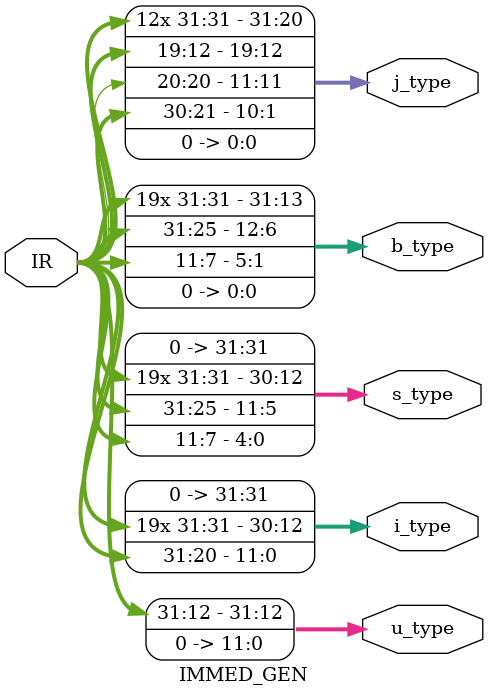
<source format=sv>
`timescale 1ns / 1ps


module IMMED_GEN (
  input  logic [31:7] IR,
  output logic [31:0] u_type,
  output logic [31:0] i_type,
  output logic [31:0] s_type,
  output logic [31:0] b_type,
  output logic [31:0] j_type
);

  assign u_type = { IR[31:12], 12'b0 };

  assign i_type = { {20{IR[31]}}, IR[30:20] };

  assign s_type = { {20{IR[31]}}, IR[30:25], IR[11:7] };

  // B-type: imm[12]=IR[31], imm[10:5]=IR[30:25], imm[4:1]=IR[11:8], imm[11]=IR[7], imm[0]=0
  assign b_type = { {19{IR[31]}}, IR[31], IR[30:25], IR[11:8], IR[7], 1'b0 };

  assign j_type = { {11{IR[31]}}, IR[31], IR[19:12], IR[20], IR[30:21], 1'b0 };
endmodule

</source>
